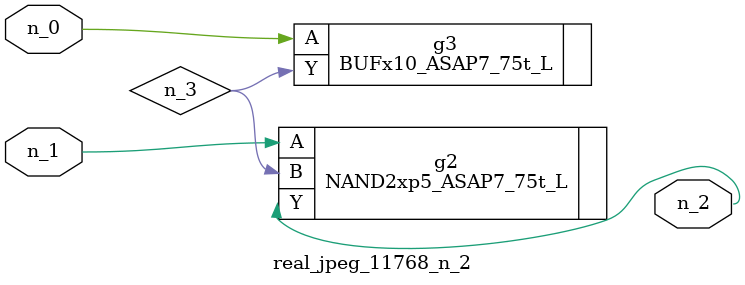
<source format=v>
module real_jpeg_11768_n_2 (n_1, n_0, n_2);

input n_1;
input n_0;

output n_2;

wire n_3;

BUFx10_ASAP7_75t_L g3 ( 
.A(n_0),
.Y(n_3)
);

NAND2xp5_ASAP7_75t_L g2 ( 
.A(n_1),
.B(n_3),
.Y(n_2)
);


endmodule
</source>
